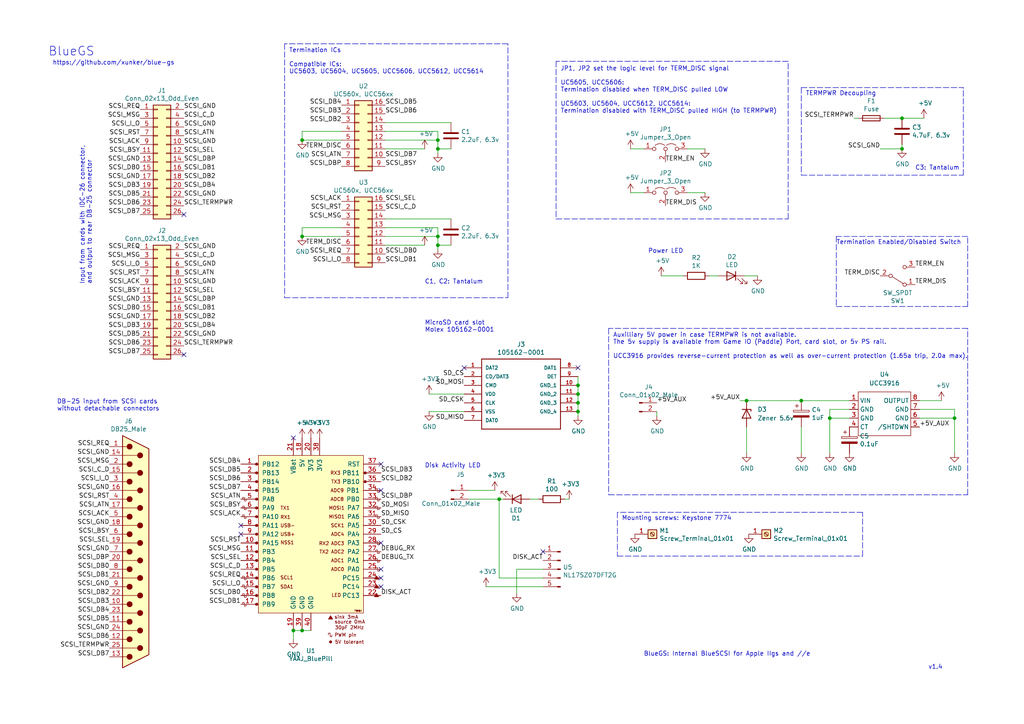
<source format=kicad_sch>
(kicad_sch (version 20211123) (generator eeschema)
  (paper "A4")
  (lib_symbols
    (symbol "105162-0001:105162-0001" (pin_names (offset 1.016))
      (property "Reference" "J" (at 29.21 7.62 0))
      (property "Value" "105162-0001" (at 29.21 5.08 0))
      (symbol "105162-0001_0_0"
        (pin bidirectional line (at 0 0 0) (length 5.08) (name "DAT2") (number "1"))
        (pin bidirectional line (at 33.02 -5.08 180) (length 5.08) (name "GND_1") (number "10"))
        (pin bidirectional line (at 33.02 -7.62 180) (length 5.08) (name "GND_2") (number "11"))
        (pin bidirectional line (at 33.02 -10.16 180) (length 5.08) (name "GND_3") (number "12"))
        (pin bidirectional line (at 33.02 -12.7 180) (length 5.08) (name "GND_4") (number "13"))
        (pin bidirectional line (at 0 -2.54 0) (length 5.08) (name "CD/DAT3") (number "2"))
        (pin bidirectional line (at 0 -5.08 0) (length 5.08) (name "CMD") (number "3"))
        (pin bidirectional line (at 0 -7.62 0) (length 5.08) (name "VDD") (number "4"))
        (pin bidirectional line (at 0 -10.16 0) (length 5.08) (name "CLK") (number "5"))
        (pin bidirectional line (at 0 -12.7 0) (length 5.08) (name "VSS") (number "6"))
        (pin bidirectional line (at 0 -15.24 0) (length 5.08) (name "DAT0") (number "7"))
        (pin bidirectional line (at 33.02 0 180) (length 5.08) (name "DAT1") (number "8"))
        (pin bidirectional line (at 33.02 -2.54 180) (length 5.08) (name "DET") (number "9"))
      )
    )
    (symbol "Connector:Conn_01x02_Male" (pin_names (offset 1.016) hide)
      (property "Reference" "J" (at 0 2.54 0))
      (property "Value" "Conn_01x02_Male" (at 0 -5.08 0))
      (symbol "Conn_01x02_Male_1_1"
        (pin passive line (at 5.08 0 180) (length 3.81) (name "Pin_1") (number "1"))
        (pin passive line (at 5.08 -2.54 180) (length 3.81) (name "Pin_2") (number "2"))
      )
    )
    (symbol "Connector:Conn_01x05_Male" (pin_names (offset 1.016) hide)
      (property "Reference" "J" (at 0 7.62 0))
      (property "Value" "Conn_01x05_Male" (at 0 -7.62 0))
      (symbol "Conn_01x05_Male_1_1"
        (pin passive line (at 5.08 5.08 180) (length 3.81) (name "Pin_1") (number "1"))
        (pin passive line (at 5.08 2.54 180) (length 3.81) (name "Pin_2") (number "2"))
        (pin passive line (at 5.08 0 180) (length 3.81) (name "Pin_3") (number "3"))
        (pin passive line (at 5.08 -2.54 180) (length 3.81) (name "Pin_4") (number "4"))
        (pin passive line (at 5.08 -5.08 180) (length 3.81) (name "Pin_5") (number "5"))
      )
    )
    (symbol "Connector:DB25_Male" (pin_names (offset 1.016) hide)
      (property "Reference" "J" (at 0 34.29 0))
      (property "Value" "DB25_Male" (at 0 -34.925 0))
      (symbol "DB25_Male_1_1"
        (pin passive line (at -7.62 -30.48 0) (length 3.81) (name "1") (number "1"))
        (pin passive line (at -7.62 15.24 0) (length 3.81) (name "10") (number "10"))
        (pin passive line (at -7.62 20.32 0) (length 3.81) (name "11") (number "11"))
        (pin passive line (at -7.62 25.4 0) (length 3.81) (name "12") (number "12"))
        (pin passive line (at -7.62 30.48 0) (length 3.81) (name "13") (number "13"))
        (pin passive line (at -7.62 -27.94 0) (length 3.81) (name "P14") (number "14"))
        (pin passive line (at -7.62 -22.86 0) (length 3.81) (name "P15") (number "15"))
        (pin passive line (at -7.62 -17.78 0) (length 3.81) (name "P16") (number "16"))
        (pin passive line (at -7.62 -12.7 0) (length 3.81) (name "P17") (number "17"))
        (pin passive line (at -7.62 -7.62 0) (length 3.81) (name "P18") (number "18"))
        (pin passive line (at -7.62 -2.54 0) (length 3.81) (name "P19") (number "19"))
        (pin passive line (at -7.62 -25.4 0) (length 3.81) (name "2") (number "2"))
        (pin passive line (at -7.62 2.54 0) (length 3.81) (name "P20") (number "20"))
        (pin passive line (at -7.62 7.62 0) (length 3.81) (name "P21") (number "21"))
        (pin passive line (at -7.62 12.7 0) (length 3.81) (name "P22") (number "22"))
        (pin passive line (at -7.62 17.78 0) (length 3.81) (name "P23") (number "23"))
        (pin passive line (at -7.62 22.86 0) (length 3.81) (name "P24") (number "24"))
        (pin passive line (at -7.62 27.94 0) (length 3.81) (name "P25") (number "25"))
        (pin passive line (at -7.62 -20.32 0) (length 3.81) (name "3") (number "3"))
        (pin passive line (at -7.62 -15.24 0) (length 3.81) (name "4") (number "4"))
        (pin passive line (at -7.62 -10.16 0) (length 3.81) (name "5") (number "5"))
        (pin passive line (at -7.62 -5.08 0) (length 3.81) (name "6") (number "6"))
        (pin passive line (at -7.62 0 0) (length 3.81) (name "7") (number "7"))
        (pin passive line (at -7.62 5.08 0) (length 3.81) (name "8") (number "8"))
        (pin passive line (at -7.62 10.16 0) (length 3.81) (name "9") (number "9"))
      )
    )
    (symbol "Connector:Screw_Terminal_01x01" (pin_names (offset 1.016) hide)
      (property "Reference" "J" (at 0 2.54 0))
      (property "Value" "Screw_Terminal_01x01" (at 0 -2.54 0))
      (symbol "Screw_Terminal_01x01_1_1"
        (pin passive line (at -5.08 0 0) (length 3.81) (name "Pin_1") (number "1"))
      )
    )
    (symbol "Connector_Generic:Conn_02x08_Counter_Clockwise" (pin_names (offset 1.016) hide)
      (property "Reference" "J" (at 1.27 10.16 0))
      (property "Value" "Conn_02x08_Counter_Clockwise" (at 1.27 -12.7 0))
      (symbol "Conn_02x08_Counter_Clockwise_1_1"
        (pin passive line (at -5.08 7.62 0) (length 3.81) (name "Pin_1") (number "1"))
        (pin passive line (at 7.62 -7.62 180) (length 3.81) (name "Pin_10") (number "10"))
        (pin passive line (at 7.62 -5.08 180) (length 3.81) (name "Pin_11") (number "11"))
        (pin passive line (at 7.62 -2.54 180) (length 3.81) (name "Pin_12") (number "12"))
        (pin passive line (at 7.62 0 180) (length 3.81) (name "Pin_13") (number "13"))
        (pin passive line (at 7.62 2.54 180) (length 3.81) (name "Pin_14") (number "14"))
        (pin passive line (at 7.62 5.08 180) (length 3.81) (name "Pin_15") (number "15"))
        (pin passive line (at 7.62 7.62 180) (length 3.81) (name "Pin_16") (number "16"))
        (pin passive line (at -5.08 5.08 0) (length 3.81) (name "Pin_2") (number "2"))
        (pin passive line (at -5.08 2.54 0) (length 3.81) (name "Pin_3") (number "3"))
        (pin passive line (at -5.08 0 0) (length 3.81) (name "Pin_4") (number "4"))
        (pin passive line (at -5.08 -2.54 0) (length 3.81) (name "Pin_5") (number "5"))
        (pin passive line (at -5.08 -5.08 0) (length 3.81) (name "Pin_6") (number "6"))
        (pin passive line (at -5.08 -7.62 0) (length 3.81) (name "Pin_7") (number "7"))
        (pin passive line (at -5.08 -10.16 0) (length 3.81) (name "Pin_8") (number "8"))
        (pin passive line (at 7.62 -10.16 180) (length 3.81) (name "Pin_9") (number "9"))
      )
    )
    (symbol "Connector_Generic:Conn_02x13_Odd_Even" (pin_names (offset 1.016) hide)
      (property "Reference" "J" (at 1.27 17.78 0))
      (property "Value" "Conn_02x13_Odd_Even" (at 1.27 -17.78 0))
      (symbol "Conn_02x13_Odd_Even_1_1"
        (pin passive line (at -5.08 15.24 0) (length 3.81) (name "Pin_1") (number "1"))
        (pin passive line (at 7.62 5.08 180) (length 3.81) (name "Pin_10") (number "10"))
        (pin passive line (at -5.08 2.54 0) (length 3.81) (name "Pin_11") (number "11"))
        (pin passive line (at 7.62 2.54 180) (length 3.81) (name "Pin_12") (number "12"))
        (pin passive line (at -5.08 0 0) (length 3.81) (name "Pin_13") (number "13"))
        (pin passive line (at 7.62 0 180) (length 3.81) (name "Pin_14") (number "14"))
        (pin passive line (at -5.08 -2.54 0) (length 3.81) (name "Pin_15") (number "15"))
        (pin passive line (at 7.62 -2.54 180) (length 3.81) (name "Pin_16") (number "16"))
        (pin passive line (at -5.08 -5.08 0) (length 3.81) (name "Pin_17") (number "17"))
        (pin passive line (at 7.62 -5.08 180) (length 3.81) (name "Pin_18") (number "18"))
        (pin passive line (at -5.08 -7.62 0) (length 3.81) (name "Pin_19") (number "19"))
        (pin passive line (at 7.62 15.24 180) (length 3.81) (name "Pin_2") (number "2"))
        (pin passive line (at 7.62 -7.62 180) (length 3.81) (name "Pin_20") (number "20"))
        (pin passive line (at -5.08 -10.16 0) (length 3.81) (name "Pin_21") (number "21"))
        (pin passive line (at 7.62 -10.16 180) (length 3.81) (name "Pin_22") (number "22"))
        (pin passive line (at -5.08 -12.7 0) (length 3.81) (name "Pin_23") (number "23"))
        (pin passive line (at 7.62 -12.7 180) (length 3.81) (name "Pin_24") (number "24"))
        (pin passive line (at -5.08 -15.24 0) (length 3.81) (name "Pin_25") (number "25"))
        (pin passive line (at 7.62 -15.24 180) (length 3.81) (name "Pin_26") (number "26"))
        (pin passive line (at -5.08 12.7 0) (length 3.81) (name "Pin_3") (number "3"))
        (pin passive line (at 7.62 12.7 180) (length 3.81) (name "Pin_4") (number "4"))
        (pin passive line (at -5.08 10.16 0) (length 3.81) (name "Pin_5") (number "5"))
        (pin passive line (at 7.62 10.16 180) (length 3.81) (name "Pin_6") (number "6"))
        (pin passive line (at -5.08 7.62 0) (length 3.81) (name "Pin_7") (number "7"))
        (pin passive line (at 7.62 7.62 180) (length 3.81) (name "Pin_8") (number "8"))
        (pin passive line (at -5.08 5.08 0) (length 3.81) (name "Pin_9") (number "9"))
      )
    )
    (symbol "Device:C" (pin_numbers hide) (pin_names (offset 0.254))
      (property "Reference" "C" (at 0.635 2.54 0))
      (property "Value" "C" (at 0.635 -2.54 0))
      (symbol "C_1_1"
        (pin passive line (at 0 3.81 270) (length 2.794) (name "~") (number "1"))
        (pin passive line (at 0 -3.81 90) (length 2.794) (name "~") (number "2"))
      )
    )
    (symbol "Device:D_Zener" (pin_numbers hide) (pin_names (offset 1.016) hide)
      (property "Reference" "D" (at 0 2.54 0))
      (property "Value" "D_Zener" (at 0 -2.54 0))
      (symbol "D_Zener_1_1"
        (pin passive line (at -3.81 0 0) (length 2.54) (name "K") (number "1"))
        (pin passive line (at 3.81 0 180) (length 2.54) (name "A") (number "2"))
      )
    )
    (symbol "Device:Fuse" (pin_numbers hide) (pin_names (offset 0))
      (property "Reference" "F" (at 2.032 0 90))
      (property "Value" "Fuse" (at -1.905 0 90))
      (symbol "Fuse_1_1"
        (pin passive line (at 0 3.81 270) (length 1.27) (name "~") (number "1"))
        (pin passive line (at 0 -3.81 90) (length 1.27) (name "~") (number "2"))
      )
    )
    (symbol "Device:LED" (pin_numbers hide) (pin_names (offset 1.016) hide)
      (property "Reference" "D" (at 0 2.54 0))
      (property "Value" "LED" (at 0 -2.54 0))
      (symbol "LED_1_1"
        (pin passive line (at -3.81 0 0) (length 2.54) (name "K") (number "1"))
        (pin passive line (at 3.81 0 180) (length 2.54) (name "A") (number "2"))
      )
    )
    (symbol "Device:R" (pin_numbers hide) (pin_names (offset 0))
      (property "Reference" "R" (at 2.032 0 90))
      (property "Value" "R" (at 0 0 90))
      (symbol "R_1_1"
        (pin passive line (at 0 3.81 270) (length 1.27) (name "~") (number "1"))
        (pin passive line (at 0 -3.81 90) (length 1.27) (name "~") (number "2"))
      )
    )
    (symbol "Power_Management:UCC3916"
      (property "Reference" "U" (at 0 2.54 0))
      (property "Value" "UCC3916" (at 0 5.08 0))
      (symbol "UCC3916_1_1"
        (pin input line (at -10.16 -1.27 0) (length 2.54) (name "VIN") (number "1"))
        (pin output line (at -10.16 -3.81 0) (length 2.54) (name "GND") (number "2"))
        (pin output line (at -10.16 -6.35 0) (length 2.54) (name "GND") (number "3"))
        (pin bidirectional line (at -10.16 -8.89 0) (length 2.54) (name "CT") (number "4"))
        (pin input line (at 10.16 -8.89 180) (length 2.54) (name "/SHTDWN") (number "5"))
        (pin output line (at 10.16 -6.35 180) (length 2.54) (name "GND") (number "6"))
        (pin output line (at 10.16 -3.81 180) (length 2.54) (name "GND") (number "7"))
        (pin output line (at 10.16 -1.27 180) (length 2.54) (name "OUTPUT") (number "8"))
      )
    )
    (symbol "Switch:SW_SPDT" (pin_names (offset 0) hide)
      (property "Reference" "SW" (at 0 4.318 0))
      (property "Value" "SW_SPDT" (at 0 -5.08 0))
      (symbol "SW_SPDT_1_1"
        (pin passive line (at 5.08 2.54 180) (length 2.54) (name "A") (number "1"))
        (pin passive line (at -5.08 0 0) (length 2.54) (name "B") (number "2"))
        (pin passive line (at 5.08 -2.54 180) (length 2.54) (name "C") (number "3"))
      )
    )
    (symbol "bluescsi_iigs_internal-rescue:CP-Device" (pin_numbers hide) (pin_names (offset 0.254))
      (property "Reference" "C" (at 0.635 2.54 0))
      (property "Value" "CP-Device" (at 0.635 -2.54 0))
      (symbol "CP-Device_1_1"
        (pin passive line (at 0 3.81 270) (length 2.794) (name "~") (number "1"))
        (pin passive line (at 0 -3.81 90) (length 2.794) (name "~") (number "2"))
      )
    )
    (symbol "bluescsi_iigs_internal-rescue:Jumper_3_Open-Jumper" (pin_names (offset 0) hide)
      (property "Reference" "JP" (at -2.54 -2.54 0))
      (property "Value" "Jumper_3_Open-Jumper" (at 0 2.794 0))
      (symbol "Jumper_3_Open-Jumper_1_1"
        (pin passive line (at -6.35 0 0) (length 2.54) (name "A") (number "1"))
        (pin input line (at 0 -3.81 90) (length 2.54) (name "C") (number "2"))
        (pin passive line (at 6.35 0 180) (length 2.54) (name "B") (number "3"))
      )
    )
    (symbol "bluescsi_iigs_internal-rescue:YAAJ_BluePill-MCU_ST_STM32F1" (pin_names (offset 1.016))
      (property "Reference" "U" (at -13.97 24.13 0))
      (property "Value" "YAAJ_BluePill-MCU_ST_STM32F1" (at 0 6.35 90))
      (symbol "YAAJ_BluePill-MCU_ST_STM32F1_0_0"
        (text "30pF 2MHz" (at 11.176 -27.051 0) (effects (font (size 0.9906 0.9906))))
        (text "5V tolerant" (at 11.176 -31.242 0) (effects (font (size 0.9906 0.9906))))
        (text "ADC0" (at 7.747 -10.16 0) (effects (font (size 0.9906 0.9906))))
        (text "ADC1" (at 7.747 -7.62 0) (effects (font (size 0.9906 0.9906))))
        (text "ADC2" (at 7.747 -5.08 0) (effects (font (size 0.9906 0.9906))))
        (text "ADC3" (at 7.747 -2.667 0) (effects (font (size 0.9906 0.9906))))
        (text "ADC4" (at 7.747 0 0) (effects (font (size 0.9906 0.9906))))
        (text "ADC8" (at 7.62 10.16 0) (effects (font (size 0.9906 0.9906))))
        (text "ADC9" (at 7.62 12.7 0) (effects (font (size 0.9906 0.9906))))
        (text "LED" (at 7.366 -17.653 0) (effects (font (size 0.9906 0.9906))))
        (text "MISO1" (at 7.493 5.08 0) (effects (font (size 0.9906 0.9906))))
        (text "MOSI1" (at 7.493 7.62 0) (effects (font (size 0.9906 0.9906))))
        (text "NSS1" (at -6.858 -2.413 0) (effects (font (size 0.9906 0.9906))))
        (text "PWM pin" (at 10.033 -29.21 0) (effects (font (size 0.9906 0.9906))))
        (text "RX1" (at -7.366 4.953 0) (effects (font (size 0.9906 0.9906))))
        (text "RX2" (at 3.81 -2.667 0) (effects (font (size 0.9906 0.9906))))
        (text "RX3" (at 7.112 17.78 0) (effects (font (size 0.9906 0.9906))))
        (text "SCK1" (at 7.747 2.54 0) (effects (font (size 0.9906 0.9906))))
        (text "SCL1" (at -6.985 -12.573 0) (effects (font (size 0.9906 0.9906))))
        (text "SDA1" (at -6.985 -15.24 0) (effects (font (size 0.9906 0.9906))))
        (text "sink 3mA" (at 10.287 -24.003 0) (effects (font (size 0.9906 0.9906))))
        (text "source 0mA" (at 11.303 -25.4 0) (effects (font (size 0.9906 0.9906))))
        (text "TX1" (at -7.493 7.62 0) (effects (font (size 0.9906 0.9906))))
        (text "TX2" (at 3.81 -5.08 0) (effects (font (size 0.9906 0.9906))))
        (text "TX3" (at 7.239 15.24 0) (effects (font (size 0.9906 0.9906))))
        (text "USB+" (at -6.731 0 0) (effects (font (size 0.9906 0.9906))))
        (text "USB-" (at -6.731 2.54 0) (effects (font (size 0.9906 0.9906))))
        (text "Y@@J" (at 13.6906 -22.1488 0) (effects (font (size 0.508 0.508))))
      )
      (symbol "YAAJ_BluePill-MCU_ST_STM32F1_1_1"
        (pin bidirectional line (at -20.32 20.32 0) (length 5.08) (name "PB12") (number "1"))
        (pin bidirectional line (at -20.32 -2.54 0) (length 5.08) (name "PA15") (number "10"))
        (pin bidirectional line (at -20.32 -5.08 0) (length 5.08) (name "PB3") (number "11"))
        (pin bidirectional line (at -20.32 -7.62 0) (length 5.08) (name "PB4") (number "12"))
        (pin bidirectional line (at -20.32 -10.16 0) (length 5.08) (name "PB5") (number "13"))
        (pin bidirectional line (at -20.32 -12.7 0) (length 5.08) (name "PB6") (number "14"))
        (pin bidirectional line (at -20.32 -15.24 0) (length 5.08) (name "PB7") (number "15"))
        (pin bidirectional line (at -20.32 -17.78 0) (length 5.08) (name "PB8") (number "16"))
        (pin bidirectional line (at -20.32 -20.32 0) (length 5.08) (name "PB9") (number "17"))
        (pin power_in line (at -2.54 27.94 270) (length 5.08) (name "5V") (number "18"))
        (pin power_in line (at -5.08 -27.94 90) (length 5.08) (name "GND") (number "19"))
        (pin bidirectional line (at -20.32 17.78 0) (length 5.08) (name "PB13") (number "2"))
        (pin power_in line (at 0 27.94 270) (length 5.08) (name "3V3") (number "20"))
        (pin power_in line (at -5.08 27.94 270) (length 5.08) (name "VBat") (number "21"))
        (pin bidirectional line (at 20.32 -17.78 180) (length 5.08) (name "PC13") (number "22"))
        (pin bidirectional line (at 20.32 -15.24 180) (length 5.08) (name "PC14") (number "23"))
        (pin bidirectional line (at 20.32 -12.7 180) (length 5.08) (name "PC15") (number "24"))
        (pin bidirectional line (at 20.32 -10.16 180) (length 5.08) (name "PA0") (number "25"))
        (pin bidirectional line (at 20.32 -7.62 180) (length 5.08) (name "PA1") (number "26"))
        (pin bidirectional line (at 20.32 -5.08 180) (length 5.08) (name "PA2") (number "27"))
        (pin bidirectional line (at 20.32 -2.54 180) (length 5.08) (name "PA3") (number "28"))
        (pin bidirectional line (at 20.32 0 180) (length 5.08) (name "PA4") (number "29"))
        (pin bidirectional line (at -20.32 15.24 0) (length 5.08) (name "PB14") (number "3"))
        (pin bidirectional line (at 20.32 2.54 180) (length 5.08) (name "PA5") (number "30"))
        (pin bidirectional line (at 20.32 5.08 180) (length 5.08) (name "PA6") (number "31"))
        (pin bidirectional line (at 20.32 7.62 180) (length 5.08) (name "PA7") (number "32"))
        (pin bidirectional line (at 20.32 10.16 180) (length 5.08) (name "PB0") (number "33"))
        (pin bidirectional line (at 20.32 12.7 180) (length 5.08) (name "PB1") (number "34"))
        (pin bidirectional line (at 20.32 15.24 180) (length 5.08) (name "PB10") (number "35"))
        (pin bidirectional line (at 20.32 17.78 180) (length 5.08) (name "PB11") (number "36"))
        (pin input line (at 20.32 20.32 180) (length 5.08) (name "RST") (number "37"))
        (pin power_in line (at 2.54 27.94 270) (length 5.08) (name "3V3") (number "38"))
        (pin power_in line (at -2.54 -27.94 90) (length 5.08) (name "GND") (number "39"))
        (pin bidirectional line (at -20.32 12.7 0) (length 5.08) (name "PB15") (number "4"))
        (pin power_in line (at 0 -27.94 90) (length 5.08) (name "GND") (number "40"))
        (pin bidirectional line (at -20.32 10.16 0) (length 5.08) (name "PA8") (number "5"))
        (pin bidirectional line (at -20.32 7.62 0) (length 5.08) (name "PA9") (number "6"))
        (pin bidirectional line (at -20.32 5.08 0) (length 5.08) (name "PA10") (number "7"))
        (pin bidirectional line (at -20.32 2.54 0) (length 5.08) (name "PA11") (number "8"))
        (pin bidirectional line (at -20.32 0 0) (length 5.08) (name "PA12") (number "9"))
      )
    )
    (symbol "power:+3.3V" (power) (pin_names (offset 0))
      (property "Value" "+3.3V" (at 0 3.556 0))
      (symbol "+3.3V_1_1"
        (pin power_in line (at 0 0 90) (length 0) hide (name "+3V3") (number "1"))
      )
    )
    (symbol "power:+5V" (power) (pin_names (offset 0))
      (property "Value" "+5V" (at 0 3.556 0))
      (symbol "+5V_1_1"
        (pin power_in line (at 0 0 90) (length 0) hide (name "+5V") (number "1"))
      )
    )
    (symbol "power:GND" (power) (pin_names (offset 0))
      (property "Value" "GND" (at 0 -3.81 0))
      (symbol "GND_1_1"
        (pin power_in line (at 0 0 270) (length 0) hide (name "GND") (number "1"))
      )
    )
  )
  (junction (at 87.63 40.64))
  (junction (at 127 40.64))
  (junction (at 167.64 119.38))
  (junction (at 127 68.58))
  (junction (at 261.62 34.29))
  (junction (at 144.78 144.78))
  (junction (at 167.64 114.3))
  (junction (at 167.64 116.84))
  (junction (at 85.09 182.88))
  (junction (at 127 43.18))
  (junction (at 276.86 121.285))
  (junction (at 87.63 182.88))
  (junction (at 127 71.12))
  (junction (at 232.41 116.205))
  (junction (at 240.665 121.285))
  (junction (at 87.63 68.58))
  (junction (at 167.64 111.76))
  (junction (at 261.62 43.18))
  (junction (at 216.535 116.205))
  (no_connect (at 53.34 62.23))
  (no_connect (at 53.34 102.87))
  (no_connect (at 85.09 127))
  (no_connect (at 69.85 154.94))
  (no_connect (at 110.49 157.48))
  (no_connect (at 110.49 142.24))
  (no_connect (at 134.62 106.68))
  (no_connect (at 110.49 170.18))
  (no_connect (at 110.49 134.62))
  (no_connect (at 69.85 152.4))
  (no_connect (at 157.48 160.02))
  (no_connect (at 167.64 106.68))
  (no_connect (at 110.49 167.64))
  (no_connect (at 110.49 165.1))
  (wire (pts (xy 216.535 116.205) (xy 232.41 116.205)))
  (polyline (pts (xy 228.6 63.5) (xy 228.6 17.78)))
  (wire (pts (xy 87.63 38.1) (xy 87.63 40.64)))
  (polyline (pts (xy 228.6 17.78) (xy 161.29 17.78)))
  (wire (pts (xy 266.7 116.205) (xy 273.05 116.205)))
  (polyline (pts (xy 280.67 68.58) (xy 242.57 68.58)))
  (wire (pts (xy 199.39 55.88) (xy 204.47 55.88)))
  (wire (pts (xy 276.86 131.445) (xy 276.86 121.285)))
  (wire (pts (xy 199.39 43.18) (xy 204.47 43.18)))
  (wire (pts (xy 127 38.1) (xy 127 40.64)))
  (polyline (pts (xy 242.57 68.58) (xy 242.57 88.9)))
  (wire (pts (xy 167.64 114.3) (xy 167.64 116.84)))
  (wire (pts (xy 232.41 116.205) (xy 246.38 116.205)))
  (wire (pts (xy 130.81 43.18) (xy 127 43.18)))
  (wire (pts (xy 216.535 123.825) (xy 216.535 131.445)))
  (wire (pts (xy 240.665 121.285) (xy 240.665 131.445)))
  (polyline (pts (xy 179.07 161.29) (xy 250.19 161.29)))
  (wire (pts (xy 232.41 123.825) (xy 232.41 131.445)))
  (wire (pts (xy 127 68.58) (xy 127 71.12)))
  (wire (pts (xy 111.76 71.12) (xy 123.19 71.12)))
  (wire (pts (xy 87.63 182.88) (xy 90.17 182.88)))
  (wire (pts (xy 85.09 182.88) (xy 85.09 185.42)))
  (wire (pts (xy 246.38 118.745) (xy 240.665 118.745)))
  (wire (pts (xy 111.76 35.56) (xy 130.81 35.56)))
  (wire (pts (xy 182.88 55.88) (xy 186.69 55.88)))
  (polyline (pts (xy 279.4 50.8) (xy 279.4 25.4)))
  (wire (pts (xy 87.63 40.64) (xy 99.06 40.64)))
  (wire (pts (xy 167.64 119.38) (xy 167.64 120.65)))
  (wire (pts (xy 167.64 111.76) (xy 167.64 114.3)))
  (wire (pts (xy 111.76 40.64) (xy 127 40.64)))
  (wire (pts (xy 157.48 165.1) (xy 149.86 165.1)))
  (polyline (pts (xy 176.53 95.25) (xy 176.53 143.51)))
  (wire (pts (xy 198.12 80.01) (xy 191.77 80.01)))
  (wire (pts (xy 111.76 43.18) (xy 123.19 43.18)))
  (polyline (pts (xy 232.41 25.4) (xy 279.4 25.4)))
  (wire (pts (xy 87.63 66.04) (xy 99.06 66.04)))
  (polyline (pts (xy 161.29 17.78) (xy 161.29 63.5)))
  (wire (pts (xy 144.78 167.64) (xy 144.78 144.78)))
  (wire (pts (xy 140.97 170.18) (xy 157.48 170.18)))
  (polyline (pts (xy 161.29 63.5) (xy 228.6 63.5)))
  (polyline (pts (xy 147.32 86.36) (xy 147.32 12.7)))
  (wire (pts (xy 163.83 144.78) (xy 165.1 144.78)))
  (polyline (pts (xy 280.67 95.25) (xy 176.53 95.25)))
  (wire (pts (xy 261.62 43.18) (xy 261.62 41.91)))
  (wire (pts (xy 261.62 34.29) (xy 267.97 34.29)))
  (wire (pts (xy 167.64 109.22) (xy 167.64 111.76)))
  (wire (pts (xy 144.78 144.78) (xy 146.05 144.78)))
  (wire (pts (xy 240.665 121.285) (xy 246.38 121.285)))
  (wire (pts (xy 157.48 167.64) (xy 144.78 167.64)))
  (polyline (pts (xy 250.19 161.29) (xy 250.19 148.59)))
  (wire (pts (xy 190.5 119.38) (xy 190.5 120.65)))
  (wire (pts (xy 240.665 118.745) (xy 240.665 121.285)))
  (wire (pts (xy 87.63 66.04) (xy 87.63 68.58)))
  (polyline (pts (xy 280.67 88.9) (xy 280.67 68.58)))
  (wire (pts (xy 276.86 121.285) (xy 276.86 118.745)))
  (wire (pts (xy 127 43.18) (xy 127 44.45)))
  (wire (pts (xy 111.76 38.1) (xy 127 38.1)))
  (polyline (pts (xy 232.41 50.8) (xy 279.4 50.8)))
  (wire (pts (xy 266.7 121.285) (xy 276.86 121.285)))
  (wire (pts (xy 266.7 118.745) (xy 276.86 118.745)))
  (wire (pts (xy 135.89 144.78) (xy 144.78 144.78)))
  (wire (pts (xy 124.46 114.3) (xy 134.62 114.3)))
  (wire (pts (xy 87.63 68.58) (xy 99.06 68.58)))
  (wire (pts (xy 214.63 116.205) (xy 216.535 116.205)))
  (wire (pts (xy 167.64 116.84) (xy 167.64 119.38)))
  (polyline (pts (xy 179.07 148.59) (xy 179.07 161.29)))
  (wire (pts (xy 256.54 34.29) (xy 261.62 34.29)))
  (polyline (pts (xy 280.67 143.51) (xy 280.67 95.25)))
  (wire (pts (xy 135.89 142.24) (xy 143.51 142.24)))
  (polyline (pts (xy 82.55 86.36) (xy 147.32 86.36)))
  (wire (pts (xy 111.76 66.04) (xy 127 66.04)))
  (wire (pts (xy 87.63 38.1) (xy 99.06 38.1)))
  (wire (pts (xy 127 71.12) (xy 127 72.39)))
  (wire (pts (xy 134.62 119.38) (xy 124.46 119.38)))
  (polyline (pts (xy 250.19 148.59) (xy 179.07 148.59)))
  (polyline (pts (xy 242.57 88.9) (xy 280.67 88.9)))
  (polyline (pts (xy 82.55 12.7) (xy 82.55 86.36)))
  (polyline (pts (xy 232.41 25.4) (xy 232.41 50.8)))
  (polyline (pts (xy 176.53 143.51) (xy 280.67 143.51)))
  (wire (pts (xy 182.88 43.18) (xy 186.69 43.18)))
  (wire (pts (xy 111.76 68.58) (xy 127 68.58)))
  (wire (pts (xy 255.27 43.18) (xy 261.62 43.18)))
  (wire (pts (xy 149.86 165.1) (xy 149.86 172.085)))
  (wire (pts (xy 205.74 80.01) (xy 208.28 80.01)))
  (polyline (pts (xy 147.32 12.7) (xy 82.55 12.7)))
  (wire (pts (xy 153.67 144.78) (xy 156.21 144.78)))
  (wire (pts (xy 127 66.04) (xy 127 68.58)))
  (wire (pts (xy 247.65 34.29) (xy 248.92 34.29)))
  (wire (pts (xy 127 40.64) (xy 127 43.18)))
  (wire (pts (xy 85.09 182.88) (xy 87.63 182.88)))
  (wire (pts (xy 130.81 71.12) (xy 127 71.12)))
  (wire (pts (xy 215.9 80.01) (xy 219.71 80.01)))
  (wire (pts (xy 111.76 63.5) (xy 130.81 63.5)))
  (text "C3: Tantalum" (at 265.43 49.53 0) (effects (font (size 1.27 1.27)) (justify left bottom)))
  (text "BlueGS" (at 13.97 16.51 0) (effects (font (size 2.54 2.54)) (justify left bottom)))
  (text "Termination Enabled/Disabled Switch" (at 242.57 71.12 0) (effects (font (size 1.27 1.27)) (justify left bottom)))
  (text "Power LED" (at 187.96 73.66 0) (effects (font (size 1.27 1.27)) (justify left bottom)))
  (text "https://github.com/xunker/blue-gs" (at 15.24 19.05 0) (effects (font (size 1.27 1.27)) (justify left bottom)))
  (text "JP1, JP2 set the logic level for TERM_DISC signal\n\nUC5605, UCC5606:\nTermination disabled when TERM_DISC pulled LOW\n\nUC5603, UC5604, UCC5612, UCC5614:\nTermination disabled with TERM_DISC pulled HIGH (to TERMPWR)" (at 162.56 33.02 0) (effects (font (size 1.27 1.27)) (justify left bottom)))
  (text "DB-25 input from SCSI cards\nwithout detachable connectors" (at 16.51 119.38 0) (effects (font (size 1.27 1.27)) (justify left bottom)))
  (text "C1, C2: Tantalum" (at 123.19 82.55 0) (effects (font (size 1.27 1.27)) (justify left bottom)))
  (text "Mounting screws: Keystone 7774" (at 180.34 151.13 0) (effects (font (size 1.27 1.27)) (justify left bottom)))
  (text "Auxilliary 5V power in case TERMPWR is not available.\nThe 5v supply is available from Game IO (Paddle) Port, card slot, or 5v PS rail.\n\nUCC3916 provides reverse-current protection as well as over-current protection (1.65a trip, 2.0a max)." (at 177.8 104.14 0) (effects (font (size 1.27 1.27)) (justify left bottom)))
  (text "BlueGS: Internal BlueSCSI for Apple IIgs and //e" (at 186.69 190.5 0) (effects (font (size 1.27 1.27)) (justify left bottom)))
  (text "Disk Activity LED" (at 123.19 135.89 0) (effects (font (size 1.27 1.27)) (justify left bottom)))
  (text "Input from cards with IDC-26 connector,\nand output to rear DB-25 connector" (at 26.67 82.55 90) (effects (font (size 1.27 1.27)) (justify left bottom)))
  (text "MicroSD card slot\nMolex 105162-0001" (at 123.19 96.52 0) (effects (font (size 1.27 1.27)) (justify left bottom)))
  (text "TERMPWR Decoupling" (at 233.68 27.94 0) (effects (font (size 1.27 1.27)) (justify left bottom)))
  (text "Termination ICs\n\nCompatible ICs:\nUC5603, UC5604, UC5605, UCC5606, UCC5612, UCC5614" (at 83.82 21.59 0) (effects (font (size 1.27 1.27)) (justify left bottom)))
  (text "v1.4" (at 269.24 194.31 0) (effects (font (size 1.27 1.27)) (justify left bottom)))
  (label "SCSI_GND" (at 53.34 31.75 0))
  (label "SCSI_DB2" (at 110.49 139.7 0))
  (label "SCSI_DB6" (at 40.64 100.33 180))
  (label "SCSI_DB4" (at 53.34 95.25 0))
  (label "SD_MOSI" (at 110.49 147.32 0))
  (label "SCSI_MSG" (at 31.75 134.62 180))
  (label "SCSI_C_D" (at 111.76 60.96 0))
  (label "SCSI_GND" (at 31.75 142.24 180))
  (label "SCSI_GND" (at 40.64 46.99 180))
  (label "SCSI_GND" (at 53.34 36.83 0))
  (label "TERM_EN" (at 265.43 77.47 0))
  (label "SCSI_DB7" (at 40.64 62.23 180))
  (label "SCSI_DB1" (at 53.34 49.53 0))
  (label "SCSI_DB3" (at 110.49 137.16 0))
  (label "+5V_AUX" (at 266.7 123.825 0))
  (label "SCSI_TERMPWR" (at 53.34 100.33 0))
  (label "SCSI_DB0" (at 31.75 165.1 180))
  (label "SCSI_DB2" (at 99.06 35.56 180))
  (label "SCSI_BSY" (at 69.85 147.32 180))
  (label "SCSI_RST" (at 40.64 80.01 180))
  (label "SCSI_TERMPWR" (at 31.75 187.96 180))
  (label "SCSI_GND" (at 53.34 41.91 0))
  (label "SCSI_I_O" (at 31.75 139.7 180))
  (label "SCSI_ATN" (at 53.34 80.01 0))
  (label "SCSI_DB1" (at 111.76 76.2 0))
  (label "SCSI_BSY" (at 40.64 44.45 180))
  (label "SCSI_DB5" (at 40.64 97.79 180))
  (label "DISK_ACT" (at 110.49 172.72 0))
  (label "SCSI_REQ" (at 40.64 72.39 180))
  (label "SCSI_I_O" (at 40.64 36.83 180))
  (label "SCSI_SEL" (at 111.76 58.42 0))
  (label "SCSI_I_O" (at 69.85 170.18 180))
  (label "SCSI_DB6" (at 69.85 139.7 180))
  (label "TERM_DIS" (at 265.43 82.55 0))
  (label "SCSI_DB4" (at 53.34 54.61 0))
  (label "SCSI_GND" (at 40.64 87.63 180))
  (label "SD_MISO" (at 110.49 149.86 0))
  (label "SCSI_GND" (at 40.64 92.71 180))
  (label "SCSI_C_D" (at 53.34 74.93 0))
  (label "SD_CSK" (at 134.62 116.84 180))
  (label "SCSI_REQ" (at 99.06 73.66 180))
  (label "DEBUG_RX" (at 110.49 160.02 0))
  (label "SCSI_RST" (at 69.85 157.48 180))
  (label "SCSI_DB2" (at 53.34 92.71 0))
  (label "SCSI_DB0" (at 111.76 73.66 0))
  (label "TERM_DIS" (at 193.04 59.69 0))
  (label "TERM_DISC" (at 255.27 80.01 180))
  (label "SCSI_MSG" (at 99.06 63.5 180))
  (label "SCSI_GND" (at 53.34 57.15 0))
  (label "SD_MISO" (at 134.62 121.92 180))
  (label "SCSI_DB4" (at 69.85 134.62 180))
  (label "SCSI_MSG" (at 40.64 34.29 180))
  (label "SCSI_DBP" (at 53.34 87.63 0))
  (label "SCSI_TERMPWR" (at 53.34 59.69 0))
  (label "SCSI_C_D" (at 53.34 34.29 0))
  (label "SCSI_ATN" (at 69.85 144.78 180))
  (label "SCSI_RST" (at 31.75 144.78 180))
  (label "SCSI_DB6" (at 111.76 33.02 0))
  (label "SCSI_REQ" (at 69.85 167.64 180))
  (label "SCSI_DB3" (at 40.64 95.25 180))
  (label "SCSI_I_O" (at 99.06 76.2 180))
  (label "SCSI_DB2" (at 53.34 52.07 0))
  (label "SD_CS" (at 110.49 154.94 0))
  (label "SCSI_DB5" (at 40.64 57.15 180))
  (label "SCSI_GND" (at 53.34 72.39 0))
  (label "SCSI_BSY" (at 40.64 85.09 180))
  (label "SCSI_ACK" (at 31.75 149.86 180))
  (label "SCSI_DB3" (at 99.06 33.02 180))
  (label "SCSI_DBP" (at 53.34 46.99 0))
  (label "SCSI_TERMPWR" (at 247.65 34.29 180))
  (label "DEBUG_TX" (at 110.49 162.56 0))
  (label "SCSI_MSG" (at 69.85 160.02 180))
  (label "SD_CSK" (at 110.49 152.4 0))
  (label "SCSI_SEL" (at 53.34 85.09 0))
  (label "TERM_EN" (at 193.04 46.99 0))
  (label "SCSI_DB7" (at 40.64 102.87 180))
  (label "SCSI_SEL" (at 31.75 157.48 180))
  (label "SCSI_RST" (at 99.06 60.96 180))
  (label "SCSI_DB3" (at 31.75 175.26 180))
  (label "SCSI_DB6" (at 40.64 59.69 180))
  (label "SCSI_GND" (at 40.64 52.07 180))
  (label "SCSI_DB2" (at 31.75 172.72 180))
  (label "SCSI_GND" (at 31.75 132.08 180))
  (label "SCSI_DB1" (at 53.34 90.17 0))
  (label "SCSI_DB5" (at 69.85 137.16 180))
  (label "SCSI_GND" (at 31.75 152.4 180))
  (label "SD_CS" (at 134.62 109.22 180))
  (label "SCSI_DB7" (at 69.85 142.24 180))
  (label "SCSI_C_D" (at 31.75 137.16 180))
  (label "SCSI_DB6" (at 31.75 185.42 180))
  (label "SCSI_ACK" (at 40.64 41.91 180))
  (label "SCSI_DB5" (at 111.76 30.48 0))
  (label "SCSI_BSY" (at 31.75 154.94 180))
  (label "SCSI_ACK" (at 69.85 149.86 180))
  (label "SCSI_GND" (at 53.34 82.55 0))
  (label "SCSI_I_O" (at 40.64 77.47 180))
  (label "SCSI_BSY" (at 111.76 48.26 0))
  (label "SCSI_RST" (at 40.64 39.37 180))
  (label "SCSI_DB7" (at 111.76 45.72 0))
  (label "SCSI_GND" (at 31.75 160.02 180))
  (label "+5V_AUX" (at 214.63 116.205 180))
  (label "SCSI_DB4" (at 99.06 30.48 180))
  (label "TERM_DISC" (at 99.06 71.12 180))
  (label "SCSI_SEL" (at 53.34 44.45 0))
  (label "SCSI_GND" (at 255.27 43.18 180))
  (label "SCSI_REQ" (at 31.75 129.54 180))
  (label "SCSI_GND" (at 53.34 77.47 0))
  (label "SCSI_C_D" (at 69.85 165.1 180))
  (label "SCSI_DB3" (at 40.64 54.61 180))
  (label "SCSI_DB4" (at 31.75 177.8 180))
  (label "SCSI_ATN" (at 53.34 39.37 0))
  (label "SCSI_ATN" (at 31.75 147.32 180))
  (label "DISK_ACT" (at 157.48 162.56 180))
  (label "SCSI_DBP" (at 31.75 162.56 180))
  (label "TERM_DISC" (at 99.06 43.18 180))
  (label "SCSI_ATN" (at 99.06 45.72 180))
  (label "SCSI_SEL" (at 69.85 162.56 180))
  (label "SCSI_DBP" (at 99.06 48.26 180))
  (label "SCSI_DB1" (at 31.75 167.64 180))
  (label "SD_MOSI" (at 134.62 111.76 180))
  (label "SCSI_GND" (at 31.75 182.88 180))
  (label "SCSI_DB0" (at 69.85 172.72 180))
  (label "SCSI_GND" (at 31.75 170.18 180))
  (label "SCSI_DB7" (at 31.75 190.5 180))
  (label "SCSI_ACK" (at 99.06 58.42 180))
  (label "SCSI_DB0" (at 40.64 90.17 180))
  (label "SCSI_DB0" (at 40.64 49.53 180))
  (label "SCSI_GND" (at 53.34 97.79 0))
  (label "SCSI_REQ" (at 40.64 31.75 180))
  (label "SCSI_ACK" (at 40.64 82.55 180))
  (label "SCSI_DB5" (at 31.75 180.34 180))
  (label "SCSI_MSG" (at 40.64 74.93 180))
  (label "SCSI_DB1" (at 69.85 175.26 180))
  (label "SCSI_DBP" (at 110.49 144.78 0))
  (label "+5V_AUX" (at 190.5 116.84 0))
  (symbol (lib_id "bluescsi_iigs_internal-rescue:YAAJ_BluePill-MCU_ST_STM32F1") (at 90.17 154.94 0) (unit 1)
    (property "Reference" "U1" (at 90.17 188.7474 0))
    (property "Value" "YAAJ_BluePill" (at 90.17 191.0588 0))
    (property "Footprint" "my library:YAAJ_BluePill_2" (effects hide))
  )
  (symbol (lib_id "Connector_Generic:Conn_02x13_Odd_Even") (at 45.72 46.99 0) (unit 1)
    (property "Reference" "J1" (at 46.99 26.2382 0))
    (property "Value" "Conn_02x13_Odd_Even" (at 46.99 28.5496 0))
    (property "Footprint" "Connector_PinHeader_2.54mm:PinHeader_2x13_P2.54mm_Vertical" (effects hide))
  )
  (symbol (lib_id "Connector_Generic:Conn_02x13_Odd_Even") (at 45.72 87.63 0) (unit 1)
    (property "Reference" "J2" (at 46.99 66.8782 0))
    (property "Value" "Conn_02x13_Odd_Even" (at 46.99 69.1896 0))
    (property "Footprint" "Connector_PinHeader_2.54mm:PinHeader_2x13_P2.54mm_Vertical" (effects hide))
  )
  (symbol (lib_id "power:+5V") (at 267.97 34.29 0) (unit 1)
    (property "Reference" "#PWR0101" (effects hide))
    (property "Value" "+5V" (at 268.351 29.8958 0))
  )
  (symbol (lib_id "power:GND") (at 261.62 43.18 0) (unit 1)
    (property "Reference" "#PWR0102" (effects hide))
    (property "Value" "GND" (at 261.747 47.5742 0))
  )
  (symbol (lib_id "power:GND") (at 85.09 185.42 0) (unit 1)
    (property "Reference" "#PWR0103" (effects hide))
    (property "Value" "GND" (at 85.217 189.8142 0))
  )
  (symbol (lib_id "power:+5V") (at 87.63 127 0) (unit 1)
    (property "Reference" "#PWR0104" (effects hide))
    (property "Value" "+5V" (at 88.011 122.6058 0))
  )
  (symbol (lib_id "power:+3.3V") (at 124.46 114.3 0) (unit 1)
    (property "Reference" "#PWR0105" (effects hide))
    (property "Value" "+3.3V" (at 124.841 109.9058 0))
  )
  (symbol (lib_id "power:+3.3V") (at 90.17 127 0) (unit 1)
    (property "Reference" "#PWR0106" (effects hide))
    (property "Value" "+3.3V" (at 90.551 122.6058 0))
  )
  (symbol (lib_id "power:+3.3V") (at 92.71 127 0) (unit 1)
    (property "Reference" "#PWR0107" (effects hide))
    (property "Value" "+3.3V" (at 93.091 122.6058 0))
  )
  (symbol (lib_id "power:GND") (at 167.64 120.65 0) (unit 1)
    (property "Reference" "#PWR0108" (effects hide))
    (property "Value" "GND" (at 167.767 125.0442 0))
  )
  (symbol (lib_id "Switch:SW_SPDT") (at 260.35 80.01 0) (mirror x) (unit 1)
    (property "Reference" "SW1" (at 260.35 87.249 0))
    (property "Value" "SW_SPDT" (at 260.35 84.9376 0))
    (property "Footprint" "Button_Switch_SMD:SW_SPDT_PCM12" (effects hide))
    (property "MANUFACTURER_NAME" "C&K" (effects hide))
    (property "MANUFACTURER_PART_NUMBER" "PCM12SMTR" (effects hide))
    (property "LCSC part number" "C221841" (effects hide))
    (property "DESCRIPTION" "SMD Slide Switch" (effects hide))
  )
  (symbol (lib_id "Device:LED") (at 212.09 80.01 0) (mirror y) (unit 1)
    (property "Reference" "D2" (at 212.2678 74.4982 0))
    (property "Value" "LED" (at 212.2678 76.8096 0))
    (property "Footprint" "LED_SMD:LED_0805_2012Metric_Pad1.15x1.40mm_HandSolder" (effects hide))
    (property "MANUFACTURER_NAME" "Foshan NationStar Optoelectronics" (effects hide))
    (property "MANUFACTURER_PART_NUMBER" "NCD0805R1" (effects hide))
    (property "DESCRIPTION" "0805 Red LED" (effects hide))
    (property "LCSC part number" "C84256" (effects hide))
  )
  (symbol (lib_id "Device:LED") (at 149.86 144.78 0) (mirror x) (unit 1)
    (property "Reference" "D1" (at 149.6822 150.2918 0))
    (property "Value" "LED" (at 149.6822 147.9804 0))
    (property "Footprint" "LED_SMD:LED_0805_2012Metric_Pad1.15x1.40mm_HandSolder" (effects hide))
    (property "MANUFACTURER_NAME" "HONGLITRONIC(Hongli Zhihui (HONGLITRONIC)) " (effects hide))
    (property "MANUFACTURER_PART_NUMBER" "HL-PSC-2012H203BC" (effects hide))
    (property "DESCRIPTION" "0805 Blue LED" (effects hide))
    (property "LCSC part number" "C497961" (effects hide))
  )
  (symbol (lib_id "Device:R") (at 160.02 144.78 270) (unit 1)
    (property "Reference" "R1" (at 160.02 139.5222 90))
    (property "Value" "100" (at 160.02 141.8336 90))
    (property "Footprint" "Resistor_SMD:R_0805_2012Metric_Pad1.20x1.40mm_HandSolder" (effects hide))
    (property "MANUFACTURER_NAME" "UNI-ROYAL(Uniroyal Elec)" (effects hide))
    (property "MANUFACTURER_PART_NUMBER" "0805W8F1000T5E" (effects hide))
    (property "DESCRIPTION" "100Ω 0805 Chip Resistor - Surface Mount" (effects hide))
    (property "LCSC part number" "C17408" (effects hide))
  )
  (symbol (lib_id "Device:R") (at 201.93 80.01 270) (unit 1)
    (property "Reference" "R2" (at 201.93 74.7522 90))
    (property "Value" "1K" (at 201.93 77.0636 90))
    (property "Footprint" "Resistor_SMD:R_0805_2012Metric_Pad1.20x1.40mm_HandSolder" (effects hide))
    (property "MANUFACTURER_NAME" "UNI-ROYAL(Uniroyal Elec)" (effects hide))
    (property "MANUFACTURER_PART_NUMBER" "0805W8F1001T5E" (effects hide))
    (property "DESCRIPTION" "1KΩ 0805 Chip Resistor - Surface Mount" (effects hide))
    (property "LCSC part number" "C17513" (effects hide))
  )
  (symbol (lib_id "power:GND") (at 219.71 80.01 0) (unit 1)
    (property "Reference" "#PWR0111" (effects hide))
    (property "Value" "GND" (at 219.837 84.4042 0))
  )
  (symbol (lib_id "power:+5V") (at 191.77 80.01 0) (unit 1)
    (property "Reference" "#PWR0113" (effects hide))
    (property "Value" "+5V" (at 192.151 75.6158 0))
  )
  (symbol (lib_id "Connector_Generic:Conn_02x08_Counter_Clockwise") (at 104.14 38.1 0) (unit 1)
    (property "Reference" "U2" (at 105.41 24.9682 0))
    (property "Value" "UC560x, UCC56xx" (at 105.41 27.2796 0))
    (property "Footprint" "my library:SOIC127P600X175-16N" (effects hide))
  )
  (symbol (lib_id "Device:C") (at 261.62 38.1 0) (unit 1)
    (property "Reference" "C3" (at 264.541 36.9316 0) (effects (justify left)))
    (property "Value" "4.7uF, 6.3v" (at 264.541 39.243 0) (effects (justify left)))
    (property "Footprint" "Capacitor_Tantalum_SMD:CP_EIA-3528-21_Kemet-B_Pad1.50x2.35mm_HandSolder" (effects hide))
    (property "MANUFACTURER_NAME" "Kyocera AVX" (effects hide))
    (property "MANUFACTURER_PART_NUMBER" "TAJB475K016RNJ" (effects hide))
    (property "DESCRIPTION" "4.7uF 6.3V CASE-B_3528 Tantalum Capacitor" (effects hide))
    (property "LCSC part number" "C7204" (effects hide))
  )
  (symbol (lib_id "Device:C") (at 130.81 39.37 0) (unit 1)
    (property "Reference" "C1" (at 133.731 38.2016 0) (effects (justify left)))
    (property "Value" "2.2uF, 6.3v" (at 133.731 40.513 0) (effects (justify left)))
    (property "Footprint" "Capacitor_Tantalum_SMD:CP_EIA-3528-21_Kemet-B_Pad1.50x2.35mm_HandSolder" (effects hide))
    (property "MANUFACTURER_NAME" "Kyocera AVX" (effects hide))
    (property "MANUFACTURER_PART_NUMBER" "TAJB225K035RNJ" (effects hide))
    (property "DESCRIPTION" "2.2uF 6.3V CASE-B_3528 Tantalum Capacitor" (effects hide))
    (property "LCSC part number" "C19276" (effects hide))
  )
  (symbol (lib_id "power:GND") (at 127 44.45 0) (unit 1)
    (property "Reference" "#PWR0114" (effects hide))
    (property "Value" "GND" (at 127.127 48.8442 0))
  )
  (symbol (lib_id "power:GND") (at 87.63 40.64 0) (unit 1)
    (property "Reference" "#PWR0115" (effects hide))
    (property "Value" "GND" (at 87.757 45.0342 0))
  )
  (symbol (lib_id "Device:C") (at 130.81 67.31 0) (unit 1)
    (property "Reference" "C2" (at 133.731 66.1416 0) (effects (justify left)))
    (property "Value" "2.2uF, 6.3v" (at 133.731 68.453 0) (effects (justify left)))
    (property "Footprint" "Capacitor_Tantalum_SMD:CP_EIA-3528-21_Kemet-B_Pad1.50x2.35mm_HandSolder" (effects hide))
    (property "MANUFACTURER_NAME" "Kyocera AVX" (effects hide))
    (property "MANUFACTURER_PART_NUMBER" "TAJB225K035RNJ" (effects hide))
    (property "DESCRIPTION" "2.2uF 6.3V CASE-B_3528 Tantalum Capacitor" (effects hide))
    (property "LCSC part number" "C19276" (effects hide))
  )
  (symbol (lib_id "power:GND") (at 127 72.39 0) (unit 1)
    (property "Reference" "#PWR0116" (effects hide))
    (property "Value" "GND" (at 127.127 76.7842 0))
  )
  (symbol (lib_id "power:GND") (at 87.63 68.58 0) (unit 1)
    (property "Reference" "#PWR0117" (effects hide))
    (property "Value" "GND" (at 87.757 72.9742 0))
  )
  (symbol (lib_id "Connector_Generic:Conn_02x08_Counter_Clockwise") (at 104.14 66.04 0) (unit 1)
    (property "Reference" "U3" (at 105.41 52.9082 0))
    (property "Value" "UC560x, UCC56xx" (at 105.41 55.2196 0))
    (property "Footprint" "my library:SOIC127P600X175-16N" (effects hide))
  )
  (symbol (lib_id "bluescsi_iigs_internal-rescue:CP-Device") (at 232.41 120.015 0) (unit 1)
    (property "Reference" "C4" (at 235.4072 118.8466 0) (effects (justify left)))
    (property "Value" "1uF" (at 235.4072 121.158 0) (effects (justify left)))
    (property "Footprint" "Capacitor_Tantalum_SMD:CP_EIA-3528-21_Kemet-B_Pad1.50x2.35mm_HandSolder" (effects hide))
    (property "MANUFACTURER_NAME" "Kyocera AVX" (effects hide))
    (property "MANUFACTURER_PART_NUMBER" "TAJB105K035RNJ" (effects hide))
    (property "DESCRIPTION" "1uF 6.3V CASE-B_3528 Tantalum Capacitor" (effects hide))
    (property "LCSC part number" "C7192" (effects hide))
  )
  (symbol (lib_id "Connector:Conn_01x02_Male") (at 185.42 116.84 0) (unit 1)
    (property "Reference" "J4" (at 188.1632 112.2426 0))
    (property "Value" "Conn_01x02_Male" (at 188.1632 114.554 0))
    (property "Footprint" "Connector_PinHeader_2.54mm:PinHeader_1x02_P2.54mm_Vertical" (effects hide))
  )
  (symbol (lib_id "power:GND") (at 190.5 120.65 0) (unit 1)
    (property "Reference" "#PWR0119" (effects hide))
    (property "Value" "GND" (at 190.627 125.0442 0))
  )
  (symbol (lib_id "power:GND") (at 216.535 131.445 0) (unit 1)
    (property "Reference" "#PWR0120" (effects hide))
    (property "Value" "GND" (at 216.662 135.8392 0))
  )
  (symbol (lib_id "power:+5V") (at 273.05 116.205 0) (unit 1)
    (property "Reference" "#PWR0123" (effects hide))
    (property "Value" "+5V" (at 273.431 111.8108 0))
  )
  (symbol (lib_id "105162-0001:105162-0001") (at 134.62 106.68 0) (unit 1)
    (property "Reference" "J3" (at 151.13 99.8982 0))
    (property "Value" "105162-0001" (at 151.13 102.2096 0))
    (property "Footprint" "Molex 105162-0001:105162-0001" (effects hide))
    (property "DESCRIPTION" "Memory Card Connectors 1.45H MICRO SD HEADER WITH D/C PIN" (effects hide))
    (property "HEIGHT" "mm" (effects hide))
    (property "MOUSER_PRICE-STOCK" "https://www.mouser.co.uk/ProductDetail/Molex/105162-0001?qs=1fNsfHe5VsK8daqlgKxZfQ%3D%3D" (effects hide))
    (property "MOUSER_PART_NUMBER" "538-105162-0001" (effects hide))
    (property "MANUFACTURER_NAME" "Molex" (effects hide))
    (property "MANUFACTURER_PART_NUMBER" "105162-0001" (effects hide))
    (property "LCSC part number" "C724031" (effects hide))
  )
  (symbol (lib_id "power:GND") (at 124.46 119.38 0) (unit 1)
    (property "Reference" "#PWR0109" (effects hide))
    (property "Value" "GND" (at 124.587 123.7742 0))
  )
  (symbol (lib_id "bluescsi_iigs_internal-rescue:Jumper_3_Open-Jumper") (at 193.04 43.18 0) (unit 1)
    (property "Reference" "JP1" (at 193.04 37.4904 0))
    (property "Value" "Jumper_3_Open" (at 193.04 39.8018 0))
    (property "Footprint" "Jumper:SolderJumper-3_P1.3mm_Open_Pad1.0x1.5mm_NumberLabels" (effects hide))
  )
  (symbol (lib_id "bluescsi_iigs_internal-rescue:Jumper_3_Open-Jumper") (at 193.04 55.88 0) (unit 1)
    (property "Reference" "JP2" (at 193.04 50.1904 0))
    (property "Value" "Jumper_3_Open" (at 193.04 52.5018 0))
    (property "Footprint" "Jumper:SolderJumper-3_P1.3mm_Open_Pad1.0x1.5mm_NumberLabels" (effects hide))
  )
  (symbol (lib_id "power:+5V") (at 182.88 43.18 0) (unit 1)
    (property "Reference" "#PWR0112" (effects hide))
    (property "Value" "+5V" (at 183.261 38.7858 0))
  )
  (symbol (lib_id "power:+5V") (at 182.88 55.88 0) (unit 1)
    (property "Reference" "#PWR0118" (effects hide))
    (property "Value" "+5V" (at 183.261 51.4858 0))
  )
  (symbol (lib_id "power:GND") (at 204.47 43.18 0) (unit 1)
    (property "Reference" "#PWR0122" (effects hide))
    (property "Value" "GND" (at 204.597 47.5742 0))
  )
  (symbol (lib_id "power:GND") (at 204.47 55.88 0) (unit 1)
    (property "Reference" "#PWR0124" (effects hide))
    (property "Value" "GND" (at 204.597 60.2742 0))
  )
  (symbol (lib_id "Device:Fuse") (at 252.73 34.29 270) (unit 1)
    (property "Reference" "F1" (at 252.73 29.2862 90))
    (property "Value" "Fuse" (at 252.73 31.5976 90))
    (property "Footprint" "Fuse:Fuse_1210_3225Metric" (effects hide))
    (property "DESCRIPTION" "SMD 1206 Fuse 800mA 63V" (effects hide))
    (property "LCSC part number" "C163134" (effects hide))
    (property "MANUFACTURER_NAME" "TA-I Tech" (effects hide))
    (property "MANUFACTURER_PART_NUMBER" "CFS12V6TR80" (effects hide))
  )
  (symbol (lib_id "power:+5V") (at 123.19 71.12 0) (unit 1)
    (property "Reference" "#PWR0110" (effects hide))
    (property "Value" "+5V" (at 123.571 66.7258 0))
  )
  (symbol (lib_id "power:+5V") (at 123.19 43.18 0) (unit 1)
    (property "Reference" "#PWR0125" (effects hide))
    (property "Value" "+5V" (at 123.571 38.7858 0))
  )
  (symbol (lib_id "Connector:Screw_Terminal_01x01") (at 189.23 154.94 0) (unit 1)
    (property "Reference" "M1" (at 191.262 153.8732 0) (effects (justify left)))
    (property "Value" "Screw_Terminal_01x01" (at 191.262 156.1846 0) (effects (justify left)))
    (property "Footprint" "my library:keystone-7774" (effects hide))
  )
  (symbol (lib_id "Connector:Screw_Terminal_01x01") (at 222.25 154.94 0) (unit 1)
    (property "Reference" "M2" (at 224.282 153.8732 0) (effects (justify left)))
    (property "Value" "Screw_Terminal_01x01" (at 224.282 156.1846 0) (effects (justify left)))
    (property "Footprint" "my library:keystone-7774" (effects hide))
  )
  (symbol (lib_id "power:GND") (at 184.15 154.94 0) (unit 1)
    (property "Reference" "#PWR0129" (effects hide))
    (property "Value" "GND" (at 184.277 159.3342 0))
  )
  (symbol (lib_id "power:GND") (at 217.17 154.94 0) (unit 1)
    (property "Reference" "#PWR0130" (effects hide))
    (property "Value" "GND" (at 217.297 159.3342 0))
  )
  (symbol (lib_id "Connector:Conn_01x02_Male") (at 130.81 142.24 0) (unit 1)
    (property "Reference" "J5" (at 133.5532 137.6426 0))
    (property "Value" "Conn_01x02_Male" (at 130.81 146.05 0))
    (property "Footprint" "Connector_PinHeader_2.54mm:PinHeader_1x02_P2.54mm_Vertical" (effects hide))
  )
  (symbol (lib_id "Connector:Conn_01x05_Male") (at 162.56 165.1 0) (mirror y) (unit 1)
    (property "Reference" "U5" (at 163.2712 164.4904 0) (effects (justify right)))
    (property "Value" "NL17SZ07DFT2G" (at 163.2712 166.8018 0) (effects (justify right)))
    (property "Footprint" "Package_TO_SOT_SMD:SOT-353_SC-70-5_Handsoldering" (effects hide))
    (property "Datasheet" "https://www.mouser.com/datasheet/2/308/1/NL17SZ07_D-2318022.pdf" (effects hide))
    (property "MANUFACTURER_NAME" "onsemi" (effects hide))
    (property "MANUFACTURER_PART_NUMBER" "NL17SZ07DFT2G" (effects hide))
    (property "DESCRIPTION" "Open Drain 24mA Buffers，Unidirectional Voltage Level Translators 1.65V~5.5V SOT-353 Buffer/Driver/Transceiver" (effects hide))
    (property "LCSC part number" "C113255" (effects hide))
  )
  (symbol (lib_id "power:+3.3V") (at 165.1 144.78 0) (unit 1)
    (property "Reference" "#PWR0127" (effects hide))
    (property "Value" "+3.3V" (at 165.481 140.3858 0))
  )
  (symbol (lib_id "power:GND") (at 149.86 172.085 0) (unit 1)
    (property "Reference" "#PWR0126" (effects hide))
    (property "Value" "GND" (at 149.987 176.4792 0))
  )
  (symbol (lib_id "power:+3.3V") (at 140.97 170.18 0) (unit 1)
    (property "Reference" "#PWR0131" (effects hide))
    (property "Value" "+3.3V" (at 141.351 165.7858 0))
  )
  (symbol (lib_id "power:+3.3V") (at 143.51 142.24 0) (unit 1)
    (property "Reference" "#PWR0128" (effects hide))
    (property "Value" "+3.3V" (at 143.891 137.8458 0))
  )
  (symbol (lib_id "Connector:DB25_Male") (at 39.37 160.02 0) (mirror x) (unit 1)
    (property "Reference" "J6" (at 37.2872 122.1232 0))
    (property "Value" "DB25_Male" (at 37.2872 124.4346 0))
    (property "Footprint" "Connector_Dsub:DSUB-25_Male_EdgeMount_P2.77mm" (effects hide))
    (property "Datasheet" " ~" (effects hide))
  )
  (symbol (lib_id "power:GND") (at 232.41 131.445 0) (unit 1)
    (property "Reference" "#PWR0132" (effects hide))
    (property "Value" "GND" (at 232.537 135.8392 0))
  )
  (symbol (lib_id "Device:D_Zener") (at 216.535 120.015 270) (unit 1)
    (property "Reference" "D3" (at 219.71 118.7449 90) (effects (justify left)))
    (property "Value" "Zener 5.6v" (at 219.71 121.2849 90) (effects (justify left)))
    (property "Footprint" "Diode_SMD:D_SOD-123" (effects hide))
    (property "Datasheet" "https://www.mouser.com/datasheet/2/1057/MMSZ5229A_SERIES-1865965.pdf" (effects hide))
    (property "MANUFACTURER_NAME" "PANJIT International" (effects hide))
    (property "MANUFACTURER_PART_NUMBER" "MMSZ5232A_R1_00001" (effects hide))
    (property "DESCRIPTION" "5.6V SOD-123 Zener Diode" (effects hide))
    (property "LCSC part number" "C268592" (effects hide))
  )
  (symbol (lib_id "Power_Management:UCC3916") (at 256.54 114.935 0) (unit 1)
    (property "Reference" "U4" (at 256.54 108.585 0))
    (property "Value" "UCC3916" (at 256.54 111.125 0))
    (property "Footprint" "Package_SO:SOIC-8_3.9x4.9mm_P1.27mm" (effects hide))
  )
  (symbol (lib_id "power:GND") (at 240.665 131.445 0) (unit 1)
    (property "Reference" "#PWR0134" (effects hide))
    (property "Value" "GND" (at 240.792 135.8392 0))
  )
  (symbol (lib_id "power:GND") (at 276.86 131.445 0) (unit 1)
    (property "Reference" "#PWR0121" (effects hide))
    (property "Value" "GND" (at 276.987 135.8392 0))
  )
  (symbol (lib_id "power:GND") (at 246.38 131.445 0) (unit 1)
    (property "Reference" "#PWR0133" (effects hide))
    (property "Value" "GND" (at 246.507 135.8392 0))
  )
  (symbol (lib_id "bluescsi_iigs_internal-rescue:CP-Device") (at 246.38 127.635 0) (unit 1)
    (property "Reference" "C5" (at 249.3772 126.4666 0) (effects (justify left)))
    (property "Value" "0.1uF" (at 249.3772 128.778 0) (effects (justify left)))
    (property "Footprint" "Capacitor_Tantalum_SMD:CP_EIA-3216-10_Kemet-I" (effects hide))
    (property "MANUFACTURER_NAME" "KEMET" (effects hide))
    (property "MANUFACTURER_PART_NUMBER" "T491A104K035AT" (effects hide))
    (property "DESCRIPTION" "100nF 35V CASE-A_3216 Tantalum Capacitor" (effects hide))
    (property "LCSC part number" "C122257" (effects hide))
  )
)
</source>
